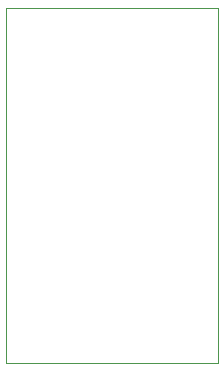
<source format=gm1>
G04 #@! TF.GenerationSoftware,KiCad,Pcbnew,8.0.5*
G04 #@! TF.CreationDate,2025-02-16T04:26:02+09:00*
G04 #@! TF.ProjectId,usb_serial,7573625f-7365-4726-9961-6c2e6b696361,rev?*
G04 #@! TF.SameCoordinates,Original*
G04 #@! TF.FileFunction,Profile,NP*
%FSLAX46Y46*%
G04 Gerber Fmt 4.6, Leading zero omitted, Abs format (unit mm)*
G04 Created by KiCad (PCBNEW 8.0.5) date 2025-02-16 04:26:02*
%MOMM*%
%LPD*%
G01*
G04 APERTURE LIST*
G04 #@! TA.AperFunction,Profile*
%ADD10C,0.050000*%
G04 #@! TD*
G04 APERTURE END LIST*
D10*
X130000000Y-60000000D02*
X148000000Y-60000000D01*
X148000000Y-90000000D01*
X130000000Y-90000000D01*
X130000000Y-60000000D01*
M02*

</source>
